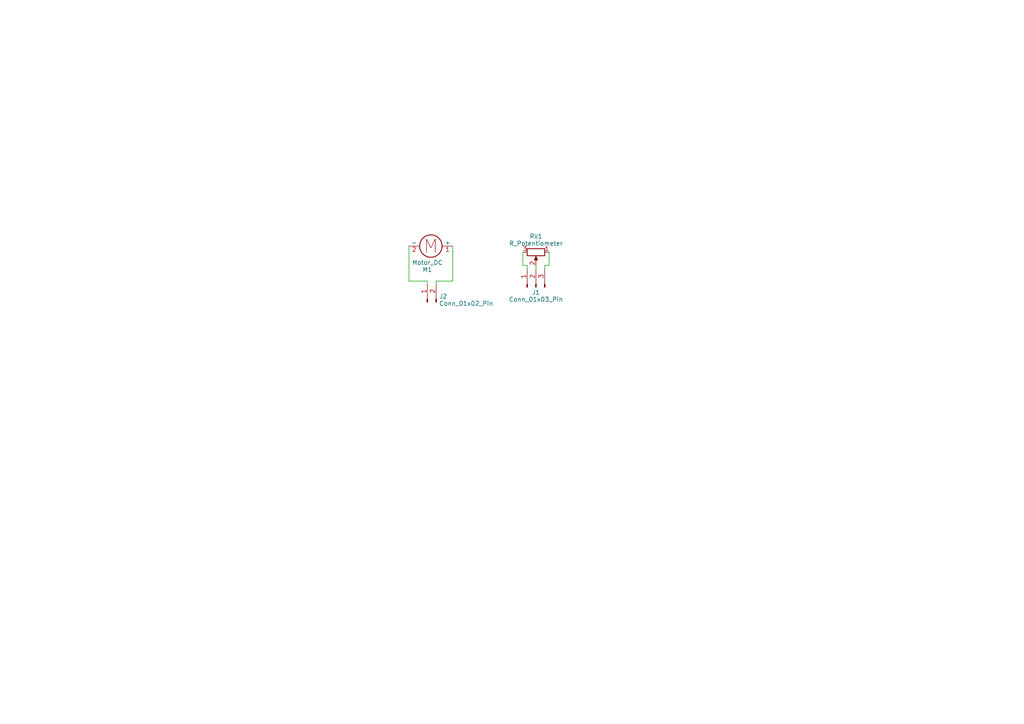
<source format=kicad_sch>
(kicad_sch (version 20230121) (generator eeschema)
  (paper "A4")
  (lib_symbols
    (symbol "Connector:Conn_01x02_Pin" (pin_names (offset 1.016) hide)
      (property "Reference" "J" (at 0 2.54 0))
      (property "Value" "Conn_01x02_Pin" (at 0 -5.08 0))
      (symbol "Conn_01x02_Pin_1_1"
        (polyline (pts (xy 1.27 -2.54) (xy 0.8636 -2.54)) (stroke (width 0.1524)))
        (polyline (pts (xy 1.27 0) (xy 0.8636 0)) (stroke (width 0.1524)))
        (rectangle (start 0.8636 -2.413) (end 0 -2.667) (stroke (width 0.1524)) (fill (type outline)))
        (rectangle (start 0.8636 0.127) (end 0 -0.127) (stroke (width 0.1524)) (fill (type outline)))
        (pin passive line (at 5.08 0 180) (length 3.81) (name "Pin_1") (number "1"))
        (pin passive line (at 5.08 -2.54 180) (length 3.81) (name "Pin_2") (number "2"))
      )
    )
    (symbol "Connector:Conn_01x03_Pin" (pin_names (offset 1.016) hide)
      (property "Reference" "J" (at 0 5.08 0))
      (property "Value" "Conn_01x03_Pin" (at 0 -5.08 0))
      (symbol "Conn_01x03_Pin_1_1"
        (polyline (pts (xy 1.27 -2.54) (xy 0.8636 -2.54)) (stroke (width 0.1524)))
        (polyline (pts (xy 1.27 0) (xy 0.8636 0)) (stroke (width 0.1524)))
        (polyline (pts (xy 1.27 2.54) (xy 0.8636 2.54)) (stroke (width 0.1524)))
        (rectangle (start 0.8636 -2.413) (end 0 -2.667) (stroke (width 0.1524)) (fill (type outline)))
        (rectangle (start 0.8636 0.127) (end 0 -0.127) (stroke (width 0.1524)) (fill (type outline)))
        (rectangle (start 0.8636 2.667) (end 0 2.413) (stroke (width 0.1524)) (fill (type outline)))
        (pin passive line (at 5.08 2.54 180) (length 3.81) (name "Pin_1") (number "1"))
        (pin passive line (at 5.08 0 180) (length 3.81) (name "Pin_2") (number "2"))
        (pin passive line (at 5.08 -2.54 180) (length 3.81) (name "Pin_3") (number "3"))
      )
    )
    (symbol "Device:R_Potentiometer" (pin_names (offset 1.016) hide)
      (property "Reference" "RV" (at -4.445 0 90))
      (property "Value" "R_Potentiometer" (at -2.54 0 90))
      (symbol "R_Potentiometer_0_1"
        (polyline (pts (xy 2.54 0) (xy 1.524 0)))
        (polyline (pts (xy 1.143 0) (xy 2.286 0.508) (xy 2.286 -0.508) (xy 1.143 0)) (fill (type outline)))
        (rectangle (start 1.016 2.54) (end -1.016 -2.54) (stroke (width 0.254)))
      )
      (symbol "R_Potentiometer_1_1"
        (pin passive line (at 0 3.81 270) (length 1.27) (name "1") (number "1"))
        (pin passive line (at 3.81 0 180) (length 1.27) (name "2") (number "2"))
        (pin passive line (at 0 -3.81 90) (length 1.27) (name "3") (number "3"))
      )
    )
    (symbol "Motor:Motor_DC" (pin_names (offset 0))
      (property "Reference" "M1" (at -1.016 -6.8312 0))
      (property "Value" "Motor_DC" (at -1.016 -4.7832 0))
      (symbol "Motor_DC_0_0"
        (polyline (pts (xy -1.27 -1.778) (xy -1.27 2.032) (xy 0 -0.508) (xy 1.27 2.032) (xy 1.27 -1.778)))
      )
      (symbol "Motor_DC_0_1"
        (circle (center 0 0) (radius 3.2512) (stroke (width 0.254)))
      )
      (symbol "Motor_DC_1_1"
        (pin passive line (at 6.35 0 180) (length 3) (name "+") (number "1"))
        (pin passive line (at -6.35 0 0) (length 3) (name "-") (number "2"))
      )
    )
  )
  (wire (pts (xy 155.448 76.962) (xy 155.448 78.232)))
  (wire (pts (xy 159.258 73.152) (xy 159.258 76.962)))
  (wire (pts (xy 126.492 81.534) (xy 131.318 81.534)))
  (wire (pts (xy 126.492 82.55) (xy 126.492 81.534)))
  (wire (pts (xy 151.638 76.962) (xy 152.908 76.962)))
  (wire (pts (xy 118.618 81.534) (xy 123.952 81.534)))
  (wire (pts (xy 123.952 81.534) (xy 123.952 82.55)))
  (wire (pts (xy 151.638 73.152) (xy 151.638 76.962)))
  (wire (pts (xy 157.988 76.962) (xy 157.988 78.232)))
  (wire (pts (xy 159.258 76.962) (xy 157.988 76.962)))
  (wire (pts (xy 131.318 81.534) (xy 131.318 71.374)))
  (wire (pts (xy 118.618 71.374) (xy 118.618 81.534)))
  (wire (pts (xy 152.908 76.962) (xy 152.908 78.232)))
  (symbol (lib_id "Device:R_Potentiometer") (at 155.448 73.152 270) (unit 1)
    (property "Reference" "RV1" (at 155.448 68.556 90))
    (property "Value" "R_Potentiometer" (at 155.448 70.604 90))
    (property "Footprint" "CustomLib:MG90I_potentiometer" (effects hide))
  )
  (symbol (lib_id "Connector:Conn_01x03_Pin") (at 155.448 83.312 90) (unit 1)
    (property "Reference" "J1" (at 155.448 84.7932 90))
    (property "Value" "Conn_01x03_Pin" (at 155.448 86.8412 90))
    (property "Footprint" "Connector_PinHeader_2.00mm:PinHeader_1x03_P2.00mm_Vertical" (effects hide))
  )
  (symbol (lib_id "Connector:Conn_01x02_Pin") (at 123.952 87.63 90) (unit 1)
    (property "Reference" "J2" (at 127.3302 85.971 90) (effects (justify right)))
    (property "Value" "Conn_01x02_Pin" (at 127.3302 88.019 90) (effects (justify right)))
    (property "Footprint" "Connector_PinHeader_2.00mm:PinHeader_1x02_P2.00mm_Vertical" (effects hide))
  )
  (symbol (lib_id "Motor:Motor_DC") (at 124.968 71.374 0) (unit 1)
    (property "Reference" "M1" (at 123.952 78.2052 0))
    (property "Value" "Motor_DC" (at 123.952 76.1572 0))
    (property "Footprint" "CustomLib:MG90I_motor" (effects hide))
  )
)
</source>
